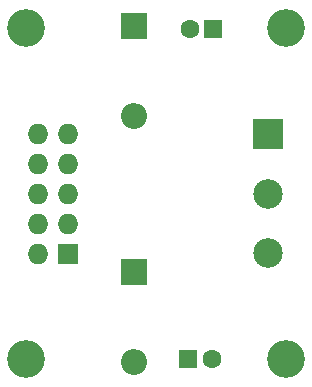
<source format=gbr>
%TF.GenerationSoftware,KiCad,Pcbnew,5.1.8-db9833491~87~ubuntu20.04.1*%
%TF.CreationDate,2020-11-21T13:57:41-05:00*%
%TF.ProjectId,powerbreakout,706f7765-7262-4726-9561-6b6f75742e6b,rev?*%
%TF.SameCoordinates,Original*%
%TF.FileFunction,Soldermask,Top*%
%TF.FilePolarity,Negative*%
%FSLAX46Y46*%
G04 Gerber Fmt 4.6, Leading zero omitted, Abs format (unit mm)*
G04 Created by KiCad (PCBNEW 5.1.8-db9833491~87~ubuntu20.04.1) date 2020-11-21 13:57:41*
%MOMM*%
%LPD*%
G01*
G04 APERTURE LIST*
%ADD10C,3.200000*%
%ADD11C,2.500000*%
%ADD12R,2.500000X2.500000*%
%ADD13O,1.727200X1.727200*%
%ADD14R,1.727200X1.727200*%
%ADD15O,2.200000X2.200000*%
%ADD16R,2.200000X2.200000*%
%ADD17C,1.600000*%
%ADD18R,1.600000X1.600000*%
G04 APERTURE END LIST*
D10*
%TO.C,REF\u002A\u002A*%
X21000000Y-14000000D03*
%TD*%
%TO.C,REF\u002A\u002A*%
X-1000000Y-14000000D03*
%TD*%
%TO.C,REF\u002A\u002A*%
X-1000000Y14000000D03*
%TD*%
%TO.C,REF\u002A\u002A*%
X21000000Y14000000D03*
%TD*%
D11*
%TO.C,J2*%
X19431000Y-5000000D03*
X19431000Y0D03*
D12*
X19431000Y5000000D03*
%TD*%
D13*
%TO.C,J1*%
X0Y5080000D03*
X2540000Y5080000D03*
X0Y2540000D03*
X2540000Y2540000D03*
X0Y0D03*
X2540000Y0D03*
X0Y-2540000D03*
X2540000Y-2540000D03*
X0Y-5080000D03*
D14*
X2540000Y-5080000D03*
%TD*%
D15*
%TO.C,D2*%
X8128000Y-14224000D03*
D16*
X8128000Y-6604000D03*
%TD*%
D15*
%TO.C,D1*%
X8128000Y6604000D03*
D16*
X8128000Y14224000D03*
%TD*%
D17*
%TO.C,C2*%
X14700000Y-13970000D03*
D18*
X12700000Y-13970000D03*
%TD*%
D17*
%TO.C,C1*%
X12827000Y13970000D03*
D18*
X14827000Y13970000D03*
%TD*%
M02*

</source>
